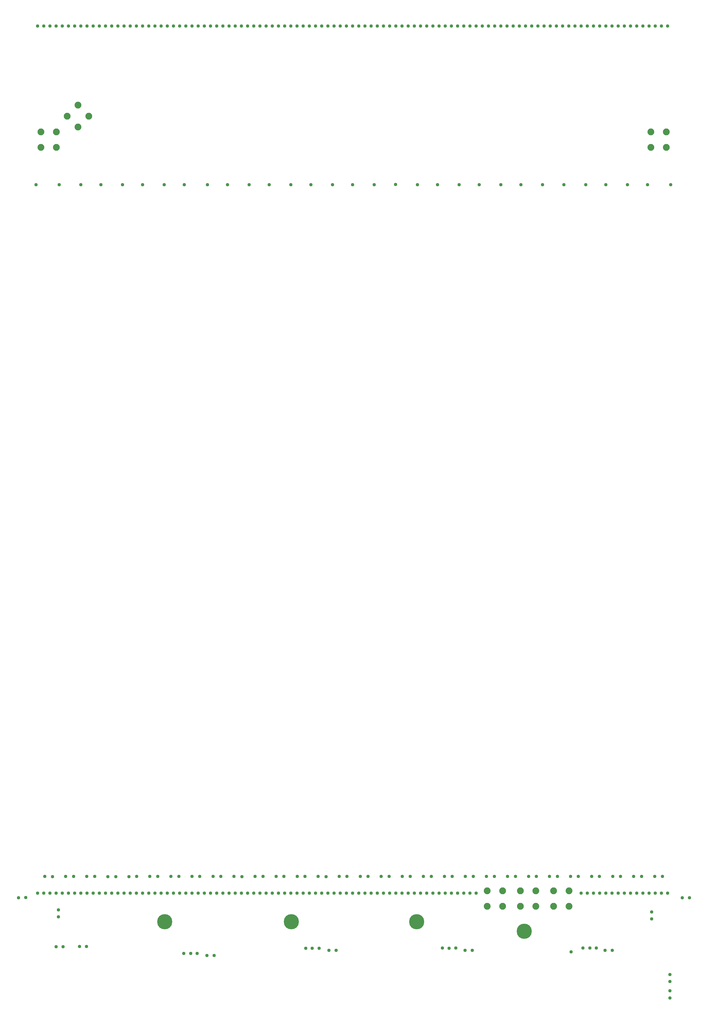
<source format=gbr>
G04 #@! TF.GenerationSoftware,KiCad,Pcbnew,(6.0.4-0)*
G04 #@! TF.CreationDate,2023-02-10T11:36:12-08:00*
G04 #@! TF.ProjectId,stripline_anode,73747269-706c-4696-9e65-5f616e6f6465,1a*
G04 #@! TF.SameCoordinates,Original*
G04 #@! TF.FileFunction,Copper,L5,Inr*
G04 #@! TF.FilePolarity,Positive*
%FSLAX46Y46*%
G04 Gerber Fmt 4.6, Leading zero omitted, Abs format (unit mm)*
G04 Created by KiCad (PCBNEW (6.0.4-0)) date 2023-02-10 11:36:12*
%MOMM*%
%LPD*%
G01*
G04 APERTURE LIST*
G04 #@! TA.AperFunction,ComponentPad*
%ADD10C,2.250000*%
G04 #@! TD*
G04 #@! TA.AperFunction,ComponentPad*
%ADD11C,5.000000*%
G04 #@! TD*
G04 #@! TA.AperFunction,ViaPad*
%ADD12C,1.110000*%
G04 #@! TD*
G04 APERTURE END LIST*
D10*
X180101398Y-106220500D03*
X183693500Y-102628398D03*
X183693500Y-109812602D03*
X187285602Y-106220500D03*
D11*
X295143500Y-370995500D03*
D10*
X340168500Y-360880500D03*
X345248500Y-365960500D03*
X340168500Y-365960500D03*
X345248500Y-360880500D03*
X329223500Y-360880500D03*
X329223500Y-365960500D03*
X334303500Y-365960500D03*
X334303500Y-360880500D03*
X171528500Y-116485500D03*
X171528500Y-111405500D03*
X176608500Y-116485500D03*
X176608500Y-111405500D03*
X318278500Y-365960500D03*
X318278500Y-360880500D03*
X323358500Y-360880500D03*
X323358500Y-365960500D03*
D11*
X330493500Y-374145500D03*
X212243500Y-370995500D03*
D10*
X377283500Y-116485500D03*
X372203500Y-111405500D03*
X372203500Y-116485500D03*
X377283500Y-111405500D03*
D11*
X253868500Y-370995500D03*
D12*
X260341500Y-128744250D03*
X249673500Y-361607100D03*
X253737500Y-361607100D03*
X263897500Y-361607100D03*
X267961500Y-361607100D03*
X231385500Y-361607100D03*
X239513500Y-361607100D03*
X255769500Y-361607100D03*
X265929500Y-361607100D03*
X245609500Y-361607100D03*
X259833500Y-361607100D03*
X241545500Y-361607100D03*
X251705500Y-361607100D03*
X233417500Y-361607100D03*
X227321500Y-361607100D03*
X269993500Y-361607100D03*
X223257500Y-361607100D03*
X229353500Y-361607100D03*
X261865500Y-361607100D03*
X257801500Y-361607100D03*
X237481500Y-361607100D03*
X243577500Y-361607100D03*
X247641500Y-361607100D03*
X235449500Y-361607100D03*
X225289500Y-361607100D03*
X221225500Y-361607100D03*
X198873500Y-76623450D03*
X330953500Y-76623450D03*
X349241500Y-76623450D03*
X337049500Y-76623450D03*
X326889500Y-76623450D03*
X373625500Y-76623450D03*
X202937500Y-76623450D03*
X213097500Y-76623450D03*
X371593500Y-76623450D03*
X345177500Y-76623450D03*
X322825500Y-76623450D03*
X217161500Y-76623450D03*
X324857500Y-76623450D03*
X363465500Y-76623450D03*
X375657500Y-76623450D03*
X359401500Y-76623450D03*
X180585500Y-76623450D03*
X339081500Y-76623450D03*
X188713500Y-76623450D03*
X204969500Y-76623450D03*
X215129500Y-76623450D03*
X194809500Y-76623450D03*
X209033500Y-76623450D03*
X190745500Y-76623450D03*
X200905500Y-76623450D03*
X182617500Y-76623450D03*
X176521500Y-76623450D03*
X219193500Y-76623450D03*
X377689500Y-76623450D03*
X253737500Y-76623450D03*
X267961500Y-76623450D03*
X263897500Y-76623450D03*
X231385500Y-76623450D03*
X239513500Y-76623450D03*
X265929500Y-76623450D03*
X245609500Y-76623450D03*
X255769500Y-76623450D03*
X249673500Y-76623450D03*
X172457500Y-76623450D03*
X178553500Y-76623450D03*
X211065500Y-76623450D03*
X207001500Y-76623450D03*
X259833500Y-76623450D03*
X186681500Y-76623450D03*
X192777500Y-76623450D03*
X241545500Y-76623450D03*
X196841500Y-76623450D03*
X251705500Y-76623450D03*
X184649500Y-76623450D03*
X233417500Y-76623450D03*
X227321500Y-76623450D03*
X269993500Y-76623450D03*
X314697500Y-76623450D03*
X257801500Y-76623450D03*
X290313500Y-76623450D03*
X296409500Y-76623450D03*
X300473500Y-76623450D03*
X280153500Y-76623450D03*
X229353500Y-76623450D03*
X316729500Y-76623450D03*
X288281500Y-76623450D03*
X235449500Y-76623450D03*
X318761500Y-76623450D03*
X310633500Y-76623450D03*
X320793500Y-76623450D03*
X223257500Y-76623450D03*
X312665500Y-76623450D03*
X306569500Y-76623450D03*
X237481500Y-76623450D03*
X284217500Y-76623450D03*
X298441500Y-76623450D03*
X286249500Y-76623450D03*
X261865500Y-76623450D03*
X247641500Y-76623450D03*
X304537500Y-76623450D03*
X282185500Y-76623450D03*
X292345500Y-76623450D03*
X302505500Y-76623450D03*
X308601500Y-76623450D03*
X225289500Y-76623450D03*
X243577500Y-76623450D03*
X278121500Y-76623450D03*
X274057500Y-76623450D03*
X294377500Y-76623450D03*
X276089500Y-76623450D03*
X221225500Y-76623450D03*
X361433500Y-76623450D03*
X351273500Y-76623450D03*
X272025500Y-76623450D03*
X174489500Y-76623450D03*
X369561500Y-76623450D03*
X332985500Y-76623450D03*
X341113500Y-76623450D03*
X367529500Y-76623450D03*
X365497500Y-76623450D03*
X357369500Y-76623450D03*
X355337500Y-76623450D03*
X347209500Y-76623450D03*
X353305500Y-76623450D03*
X343145500Y-76623450D03*
X335017500Y-76623450D03*
X328921500Y-76623450D03*
X170425500Y-76623450D03*
X384893500Y-363120500D03*
X196841500Y-361607100D03*
X371593500Y-361607100D03*
X300473500Y-361607100D03*
X188713500Y-361607100D03*
X343543500Y-128744250D03*
X274057500Y-128744250D03*
X174489500Y-361607100D03*
X176521500Y-361607100D03*
X202937500Y-361607100D03*
X329429500Y-128744250D03*
X364481500Y-128744250D03*
X169917500Y-128744250D03*
X371085500Y-128744250D03*
X184649500Y-361607100D03*
X164143500Y-363095500D03*
X184649500Y-128744250D03*
X298441500Y-361607100D03*
X301997500Y-128744250D03*
X282185500Y-361607100D03*
X281169500Y-128744250D03*
X309109500Y-128744250D03*
X292345500Y-361607100D03*
X375657500Y-361607100D03*
X253737500Y-128744250D03*
X218685500Y-128744250D03*
X378705500Y-128744250D03*
X172457500Y-361607100D03*
X382468500Y-363120500D03*
X246625500Y-128744250D03*
X276089500Y-361607100D03*
X377689500Y-361607100D03*
X357369500Y-128744250D03*
X363465500Y-361607100D03*
X310633500Y-361607100D03*
X314697500Y-361607100D03*
X180585500Y-361607100D03*
X367529500Y-361607100D03*
X284217500Y-361607100D03*
X288168500Y-128720500D03*
X355337500Y-361607100D03*
X198873500Y-361607100D03*
X226305500Y-128744250D03*
X286249500Y-361607100D03*
X353305500Y-361607100D03*
X359401500Y-361607100D03*
X296409500Y-361607100D03*
X295393500Y-128744250D03*
X322825500Y-128744250D03*
X186681500Y-361607100D03*
X232909500Y-128744250D03*
X304537500Y-361607100D03*
X306569500Y-361607100D03*
X315713500Y-128744250D03*
X350765500Y-128744250D03*
X369561500Y-361607100D03*
X204969500Y-361607100D03*
X373625500Y-361607100D03*
X280153500Y-361607100D03*
X365497500Y-361607100D03*
X349241500Y-361607100D03*
X212081500Y-128744250D03*
X357369500Y-361607100D03*
X213097500Y-361607100D03*
X294377500Y-361607100D03*
X209033500Y-361607100D03*
X219193500Y-361607100D03*
X302505500Y-361607100D03*
X207001500Y-361607100D03*
X200905500Y-361607100D03*
X198365500Y-128744250D03*
X336541500Y-128744250D03*
X190745500Y-361607100D03*
X267453500Y-128744250D03*
X166518500Y-363070500D03*
X308601500Y-361607100D03*
X361433500Y-361607100D03*
X191253500Y-128744250D03*
X182617500Y-361607100D03*
X170425500Y-361607100D03*
X351273500Y-361607100D03*
X215129500Y-361607100D03*
X177537500Y-128744250D03*
X211065500Y-361607100D03*
X288281500Y-361607100D03*
X217161500Y-361607100D03*
X274057500Y-361607100D03*
X192777500Y-361607100D03*
X178553500Y-361607100D03*
X290313500Y-361607100D03*
X272025500Y-361607100D03*
X240021500Y-128744250D03*
X312665500Y-361607100D03*
X194809500Y-361607100D03*
X204969500Y-128744250D03*
X278121500Y-361607100D03*
X175323500Y-356146100D03*
X172758100Y-356120700D03*
X179666900Y-356120700D03*
X182257700Y-356120700D03*
X186575700Y-356120700D03*
X189166500Y-356120700D03*
X196100700Y-356146100D03*
X193509900Y-356146100D03*
X200418700Y-356146100D03*
X203034900Y-356120700D03*
X207352900Y-356120700D03*
X209943700Y-356120700D03*
X214261700Y-356120700D03*
X216852500Y-356120700D03*
X221195900Y-356095300D03*
X223761300Y-356120700D03*
X228130100Y-356120700D03*
X230695500Y-356095300D03*
X235038900Y-356120700D03*
X237604300Y-356146100D03*
X244538500Y-356120700D03*
X241947700Y-356120700D03*
X251447300Y-356120700D03*
X248856500Y-356120700D03*
X258330700Y-356095300D03*
X255816100Y-356120700D03*
X265290300Y-356146100D03*
X262724900Y-356120700D03*
X269633700Y-356120700D03*
X272199100Y-356095300D03*
X276542500Y-356120700D03*
X279133300Y-356120700D03*
X283451300Y-356120700D03*
X286042100Y-356120700D03*
X292976300Y-356095300D03*
X290410900Y-356120700D03*
X299910500Y-356120700D03*
X297319700Y-356120700D03*
X306819300Y-356120700D03*
X304228500Y-356120700D03*
X311137300Y-356120700D03*
X313728100Y-356120700D03*
X318046100Y-356120700D03*
X320662300Y-356095300D03*
X327596500Y-356120700D03*
X325005700Y-356120700D03*
X331914500Y-356120700D03*
X334505300Y-356120700D03*
X341414100Y-356120700D03*
X338823300Y-356120700D03*
X345732100Y-356120700D03*
X348322900Y-356120700D03*
X355257100Y-356095300D03*
X352666300Y-356095300D03*
X362191300Y-356120700D03*
X359600500Y-356120700D03*
X369100100Y-356120700D03*
X366509300Y-356120700D03*
X373418100Y-356120700D03*
X376008900Y-356120700D03*
X352118500Y-379645500D03*
X378468500Y-388345500D03*
X305818500Y-379695500D03*
X228443500Y-382120500D03*
X186493500Y-379145500D03*
X359443500Y-380370500D03*
X311043500Y-380395500D03*
X263018500Y-379720500D03*
X266268500Y-380370500D03*
X226118500Y-382120500D03*
X222885168Y-381395500D03*
X307960168Y-379670500D03*
X354243500Y-379670500D03*
X184168500Y-379145500D03*
X258618500Y-379720500D03*
X260768500Y-379720500D03*
X349843500Y-379670500D03*
X220743500Y-381395500D03*
X177293500Y-369420500D03*
X378468500Y-393720500D03*
X345943500Y-380945500D03*
X378468500Y-396045500D03*
X178793500Y-379195500D03*
X357118500Y-380370500D03*
X268593500Y-380370500D03*
X378468500Y-390670500D03*
X372393500Y-370070500D03*
X177293500Y-367095500D03*
X372393500Y-367745500D03*
X313368500Y-380395500D03*
X303560168Y-379670500D03*
X218485168Y-381395500D03*
X176468500Y-379195500D03*
M02*

</source>
